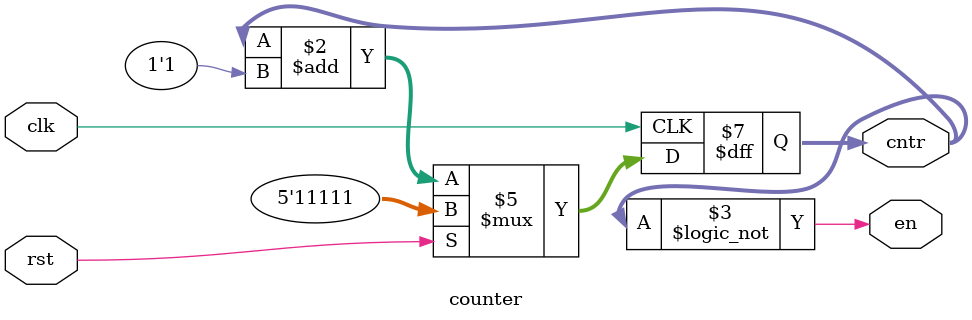
<source format=v>

module counter   (clk, rst, en, cntr);

parameter   logNrns = 5;				// number of bits needed to represent input neurons [ ceil(log(32)) = 5 ]

input wire						clk;	// clock
input wire          			rst;	// reset
output reg  [logNrns - 1:0]		cntr;	// helps choose weights
output wire         			en;		// enables the bias addition

always @(posedge clk)
begin
    if(rst)
        cntr    <=  {logNrns{1'b1}};
    else
        cntr    <=  cntr + 1'b1;
end

assign en	= !(cntr);			// en goes high when the counter is zeroed.

endmodule
</source>
